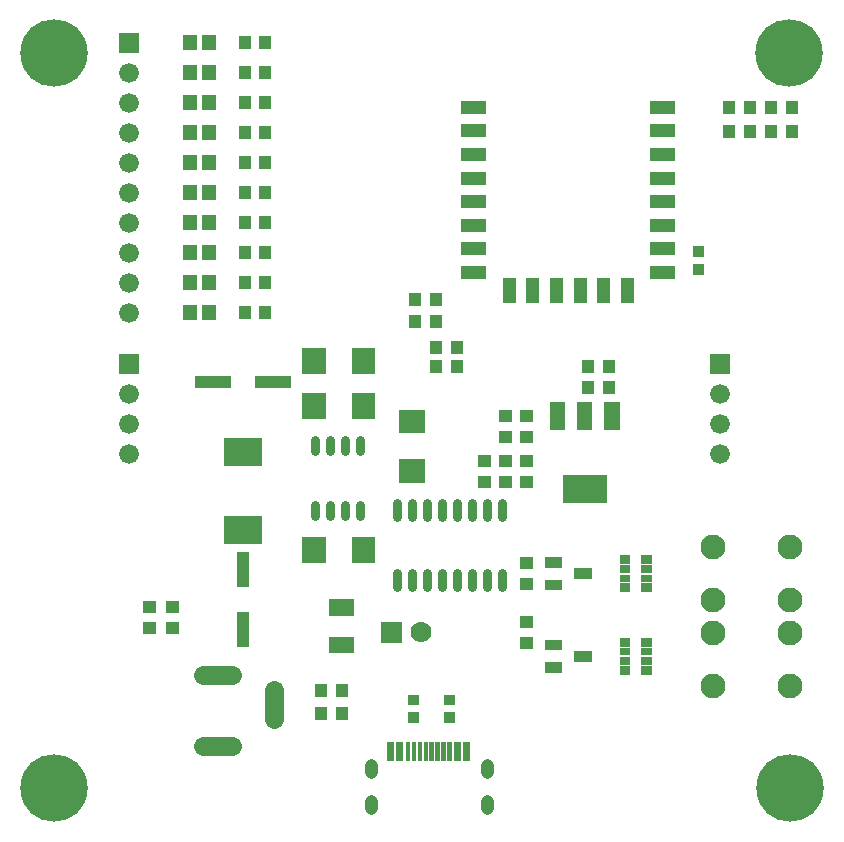
<source format=gts>
G04 Layer: TopSolderMaskLayer*
G04 EasyEDA v6.4.19.4, 2021-06-08T16:32:54+08:00*
G04 a09ed18009a84ab5a87bbd9c58a990bc,2444bf6f38dc4a26b464d521983d9d6f,10*
G04 Gerber Generator version 0.2*
G04 Scale: 100 percent, Rotated: No, Reflected: No *
G04 Dimensions in millimeters *
G04 leading zeros omitted , absolute positions ,4 integer and 5 decimal *
%FSLAX45Y45*%
%MOMM*%

%ADD48C,1.1016*%
%ADD49C,1.6016*%
%ADD50C,0.8032*%
%ADD62C,1.6764*%
%ADD63C,5.7032*%
%ADD64C,2.1016*%
%ADD68C,1.7780*%

%LPD*%
D48*
X2318308Y-3547793D02*
G01*
X2318308Y-3607793D01*
X1339316Y-3547793D02*
G01*
X1339316Y-3607793D01*
X2318308Y-3247793D02*
G01*
X2318308Y-3307793D01*
X1339316Y-3247793D02*
G01*
X1339316Y-3307793D01*
D49*
X164396Y-3081299D02*
G01*
X-85603Y-3081299D01*
X164396Y-2481300D02*
G01*
X-85603Y-2481300D01*
X519404Y-2606286D02*
G01*
X519404Y-2856288D01*
D50*
X1244600Y-584812D02*
G01*
X1244600Y-492810D01*
X1117600Y-584812D02*
G01*
X1117600Y-492810D01*
X990600Y-584812D02*
G01*
X990600Y-492810D01*
X863600Y-584812D02*
G01*
X863600Y-492810D01*
X1244600Y-1132789D02*
G01*
X1244600Y-1040790D01*
X1117600Y-1132789D02*
G01*
X1117600Y-1040790D01*
X990600Y-1132789D02*
G01*
X990600Y-1040790D01*
X863600Y-1132789D02*
G01*
X863600Y-1040790D01*
X1562100Y-1621480D02*
G01*
X1562100Y-1741479D01*
X1689100Y-1621480D02*
G01*
X1689100Y-1741479D01*
X1816100Y-1621480D02*
G01*
X1816100Y-1741479D01*
X1943100Y-1621480D02*
G01*
X1943100Y-1741479D01*
X2070100Y-1621480D02*
G01*
X2070100Y-1741479D01*
X2197100Y-1621480D02*
G01*
X2197100Y-1741479D01*
X2324100Y-1621480D02*
G01*
X2324100Y-1741479D01*
X2451100Y-1621480D02*
G01*
X2451100Y-1741479D01*
X1562100Y-1027120D02*
G01*
X1562100Y-1147119D01*
X1689100Y-1027120D02*
G01*
X1689100Y-1147119D01*
X1816100Y-1027120D02*
G01*
X1816100Y-1147119D01*
X1943100Y-1027120D02*
G01*
X1943100Y-1147119D01*
X2070100Y-1027120D02*
G01*
X2070100Y-1147119D01*
X2197100Y-1027120D02*
G01*
X2197100Y-1147119D01*
X2324100Y-1027120D02*
G01*
X2324100Y-1147119D01*
X2451100Y-1027120D02*
G01*
X2451100Y-1147119D01*
G36*
X1476247Y-3207765D02*
G01*
X1476247Y-3047745D01*
X1536445Y-3047745D01*
X1536445Y-3207765D01*
G37*
G36*
X1553718Y-3207765D02*
G01*
X1553718Y-3047745D01*
X1613915Y-3047745D01*
X1613915Y-3207765D01*
G37*
G36*
X1634743Y-3207765D02*
G01*
X1634743Y-3047745D01*
X1672843Y-3047745D01*
X1672843Y-3207765D01*
G37*
G36*
X1683765Y-3207765D02*
G01*
X1683765Y-3047745D01*
X1721865Y-3047745D01*
X1721865Y-3207765D01*
G37*
G36*
X1734820Y-3207765D02*
G01*
X1734820Y-3047745D01*
X1772920Y-3047745D01*
X1772920Y-3207765D01*
G37*
G36*
X1784604Y-3207765D02*
G01*
X1784604Y-3047745D01*
X1822958Y-3047745D01*
X1822958Y-3207765D01*
G37*
G36*
X1834641Y-3207765D02*
G01*
X1834641Y-3047745D01*
X1872995Y-3047745D01*
X1872995Y-3207765D01*
G37*
G36*
X1884679Y-3207765D02*
G01*
X1884679Y-3047745D01*
X1922779Y-3047745D01*
X1922779Y-3207765D01*
G37*
G36*
X1934718Y-3207765D02*
G01*
X1934718Y-3047745D01*
X1972818Y-3047745D01*
X1972818Y-3207765D01*
G37*
G36*
X1984756Y-3207765D02*
G01*
X1984756Y-3047745D01*
X2022856Y-3047745D01*
X2022856Y-3207765D01*
G37*
G36*
X2043684Y-3207765D02*
G01*
X2043684Y-3047745D01*
X2103881Y-3047745D01*
X2103881Y-3207765D01*
G37*
G36*
X2121154Y-3207765D02*
G01*
X2121154Y-3047745D01*
X2181352Y-3047745D01*
X2181352Y-3207765D01*
G37*
G36*
X1653540Y-2889250D02*
G01*
X1653540Y-2798571D01*
X1750059Y-2798571D01*
X1750059Y-2889250D01*
G37*
G36*
X1653540Y-2738628D02*
G01*
X1653540Y-2647950D01*
X1750059Y-2647950D01*
X1750059Y-2738628D01*
G37*
G36*
X1958340Y-2889250D02*
G01*
X1958340Y-2798571D01*
X2054859Y-2798571D01*
X2054859Y-2889250D01*
G37*
G36*
X1958340Y-2738628D02*
G01*
X1958340Y-2647950D01*
X2054859Y-2647950D01*
X2054859Y-2738628D01*
G37*
G36*
X1842261Y71881D02*
G01*
X1842261Y182118D01*
X1942591Y182118D01*
X1942591Y71881D01*
G37*
G36*
X2019808Y71881D02*
G01*
X2019808Y182118D01*
X2120138Y182118D01*
X2120138Y71881D01*
G37*
G36*
X1842261Y236981D02*
G01*
X1842261Y347218D01*
X1942591Y347218D01*
X1942591Y236981D01*
G37*
G36*
X2019808Y236981D02*
G01*
X2019808Y347218D01*
X2120138Y347218D01*
X2120138Y236981D01*
G37*
G36*
X203961Y-1737613D02*
G01*
X203961Y-1437386D01*
X304038Y-1437386D01*
X304038Y-1737613D01*
G37*
G36*
X203961Y-2245613D02*
G01*
X203961Y-1945386D01*
X304038Y-1945386D01*
X304038Y-2245613D01*
G37*
G36*
X2243581Y-723392D02*
G01*
X2243581Y-623062D01*
X2353818Y-623062D01*
X2353818Y-723392D01*
G37*
G36*
X2243581Y-900937D02*
G01*
X2243581Y-800607D01*
X2353818Y-800607D01*
X2353818Y-900937D01*
G37*
G36*
X2599181Y-723392D02*
G01*
X2599181Y-623062D01*
X2709418Y-623062D01*
X2709418Y-723392D01*
G37*
G36*
X2599181Y-900937D02*
G01*
X2599181Y-800607D01*
X2709418Y-800607D01*
X2709418Y-900937D01*
G37*
G36*
X-150113Y-50037D02*
G01*
X-150113Y50037D01*
X150113Y50037D01*
X150113Y-50037D01*
G37*
G36*
X357886Y-50037D02*
G01*
X357886Y50037D01*
X658113Y50037D01*
X658113Y-50037D01*
G37*
G36*
X2421381Y-723392D02*
G01*
X2421381Y-623062D01*
X2531618Y-623062D01*
X2531618Y-723392D01*
G37*
G36*
X2421381Y-900937D02*
G01*
X2421381Y-800607D01*
X2531618Y-800607D01*
X2531618Y-900937D01*
G37*
G36*
X3302761Y71881D02*
G01*
X3302761Y182118D01*
X3402838Y182118D01*
X3402838Y71881D01*
G37*
G36*
X3124961Y71881D02*
G01*
X3124961Y182118D01*
X3225291Y182118D01*
X3225291Y71881D01*
G37*
G36*
X3302761Y-105918D02*
G01*
X3302761Y4318D01*
X3402838Y4318D01*
X3402838Y-105918D01*
G37*
G36*
X3124961Y-105918D02*
G01*
X3124961Y4318D01*
X3225291Y4318D01*
X3225291Y-105918D01*
G37*
G36*
X2599181Y-519937D02*
G01*
X2599181Y-419862D01*
X2709418Y-419862D01*
X2709418Y-519937D01*
G37*
G36*
X2599181Y-342392D02*
G01*
X2599181Y-242062D01*
X2709418Y-242062D01*
X2709418Y-342392D01*
G37*
G36*
X2421381Y-519937D02*
G01*
X2421381Y-419862D01*
X2531618Y-419862D01*
X2531618Y-519937D01*
G37*
G36*
X2421381Y-342392D02*
G01*
X2421381Y-242062D01*
X2531618Y-242062D01*
X2531618Y-342392D01*
G37*
G36*
X756665Y-313436D02*
G01*
X756665Y-92963D01*
X957072Y-92963D01*
X957072Y-313436D01*
G37*
G36*
X1176527Y-313436D02*
G01*
X1176527Y-92963D01*
X1376934Y-92963D01*
X1376934Y-313436D01*
G37*
G36*
X1176527Y-1532636D02*
G01*
X1176527Y-1312163D01*
X1376934Y-1312163D01*
X1376934Y-1532636D01*
G37*
G36*
X756665Y-1532636D02*
G01*
X756665Y-1312163D01*
X957072Y-1312163D01*
X957072Y-1532636D01*
G37*
G36*
X1578863Y-856234D02*
G01*
X1578863Y-655828D01*
X1799336Y-655828D01*
X1799336Y-856234D01*
G37*
G36*
X1578863Y-436371D02*
G01*
X1578863Y-235965D01*
X1799336Y-235965D01*
X1799336Y-436371D01*
G37*
G36*
X756665Y67563D02*
G01*
X756665Y288036D01*
X957072Y288036D01*
X957072Y67563D01*
G37*
G36*
X1176527Y67563D02*
G01*
X1176527Y288036D01*
X1376934Y288036D01*
X1376934Y67563D01*
G37*
G36*
X987043Y-1980184D02*
G01*
X987043Y-1839976D01*
X1197356Y-1839976D01*
X1197356Y-1980184D01*
G37*
G36*
X987043Y-2300223D02*
G01*
X987043Y-2160015D01*
X1197356Y-2160015D01*
X1197356Y-2300223D01*
G37*
G36*
X4208779Y68579D02*
G01*
X4208779Y236220D01*
X4376420Y236220D01*
X4376420Y68579D01*
G37*
D62*
G01*
X4292600Y-101600D03*
G01*
X4292600Y-355600D03*
G01*
X4292600Y-609600D03*
G36*
X-795020Y68579D02*
G01*
X-795020Y236220D01*
X-627379Y236220D01*
X-627379Y68579D01*
G37*
G01*
X-711200Y-101600D03*
G01*
X-711200Y-355600D03*
G01*
X-711200Y-609600D03*
G01*
X-711200Y584200D03*
G01*
X-711200Y838200D03*
G01*
X-711200Y1092200D03*
G01*
X-711200Y1346200D03*
G01*
X-711200Y1600200D03*
G01*
X-711200Y1854200D03*
G01*
X-711200Y2108200D03*
G01*
X-711200Y2362200D03*
G01*
X-711200Y2616200D03*
G36*
X-795020Y2786379D02*
G01*
X-795020Y2954020D01*
X-627379Y2954020D01*
X-627379Y2786379D01*
G37*
D63*
G01*
X-1346200Y-3441700D03*
D50*
G01*
X-1346200Y-3229203D03*
G01*
X-1346200Y-3654196D03*
G01*
X-1133703Y-3441700D03*
G01*
X-1558696Y-3441700D03*
G01*
X-1196187Y-3291712D03*
G01*
X-1496187Y-3591712D03*
G01*
X-1196187Y-3591712D03*
G01*
X-1496187Y-3291712D03*
D63*
G01*
X-1346200Y2781300D03*
D50*
G01*
X-1346200Y2993796D03*
G01*
X-1346200Y2568803D03*
G01*
X-1133703Y2781300D03*
G01*
X-1558696Y2781300D03*
G01*
X-1196187Y2931287D03*
G01*
X-1496187Y2631287D03*
G01*
X-1196187Y2631287D03*
G01*
X-1496187Y2931287D03*
D63*
G01*
X4876800Y2781300D03*
D50*
G01*
X4876800Y2993796D03*
G01*
X4876800Y2568803D03*
G01*
X5089296Y2781300D03*
G01*
X4664303Y2781300D03*
G01*
X5026812Y2931287D03*
G01*
X4726813Y2631287D03*
G01*
X5026812Y2631287D03*
G01*
X4726813Y2931287D03*
D63*
G01*
X4889500Y-3441700D03*
D50*
G01*
X4889500Y-3229203D03*
G01*
X4889500Y-3654196D03*
G01*
X5101996Y-3441700D03*
G01*
X4677003Y-3441700D03*
G01*
X5039512Y-3291712D03*
G01*
X4739513Y-3591712D03*
G01*
X5039512Y-3591712D03*
G01*
X4739513Y-3291712D03*
D64*
G01*
X4234306Y-1400606D03*
G01*
X4884293Y-1400606D03*
G01*
X4884293Y-1850593D03*
G01*
X4234306Y-1850593D03*
G01*
X4884293Y-2574493D03*
G01*
X4234306Y-2574493D03*
G01*
X4234306Y-2124506D03*
G01*
X4884293Y-2124506D03*
G36*
X93726Y-1377187D02*
G01*
X93726Y-1136904D01*
X414274Y-1136904D01*
X414274Y-1377187D01*
G37*
G36*
X93726Y-717295D02*
G01*
X93726Y-477012D01*
X414274Y-477012D01*
X414274Y-717295D01*
G37*
G36*
X390397Y2815081D02*
G01*
X390397Y2925318D01*
X490727Y2925318D01*
X490727Y2815081D01*
G37*
G36*
X220472Y2815081D02*
G01*
X220472Y2925318D01*
X320547Y2925318D01*
X320547Y2815081D01*
G37*
G36*
X390397Y2561081D02*
G01*
X390397Y2671318D01*
X490727Y2671318D01*
X490727Y2561081D01*
G37*
G36*
X220472Y2561081D02*
G01*
X220472Y2671318D01*
X320547Y2671318D01*
X320547Y2561081D01*
G37*
G36*
X390397Y2307081D02*
G01*
X390397Y2417318D01*
X490727Y2417318D01*
X490727Y2307081D01*
G37*
G36*
X220472Y2307081D02*
G01*
X220472Y2417318D01*
X320547Y2417318D01*
X320547Y2307081D01*
G37*
G36*
X390397Y2053081D02*
G01*
X390397Y2163318D01*
X490727Y2163318D01*
X490727Y2053081D01*
G37*
G36*
X220472Y2053081D02*
G01*
X220472Y2163318D01*
X320547Y2163318D01*
X320547Y2053081D01*
G37*
G36*
X390397Y1799081D02*
G01*
X390397Y1909318D01*
X490727Y1909318D01*
X490727Y1799081D01*
G37*
G36*
X220472Y1799081D02*
G01*
X220472Y1909318D01*
X320547Y1909318D01*
X320547Y1799081D01*
G37*
G36*
X390397Y529081D02*
G01*
X390397Y639318D01*
X490727Y639318D01*
X490727Y529081D01*
G37*
G36*
X220472Y529081D02*
G01*
X220472Y639318D01*
X320547Y639318D01*
X320547Y529081D01*
G37*
G36*
X390397Y783081D02*
G01*
X390397Y893318D01*
X490727Y893318D01*
X490727Y783081D01*
G37*
G36*
X220472Y783081D02*
G01*
X220472Y893318D01*
X320547Y893318D01*
X320547Y783081D01*
G37*
G36*
X390397Y1037081D02*
G01*
X390397Y1147318D01*
X490727Y1147318D01*
X490727Y1037081D01*
G37*
G36*
X220472Y1037081D02*
G01*
X220472Y1147318D01*
X320547Y1147318D01*
X320547Y1037081D01*
G37*
G36*
X-588518Y-1955292D02*
G01*
X-588518Y-1854962D01*
X-478281Y-1854962D01*
X-478281Y-1955292D01*
G37*
G36*
X-588518Y-2132837D02*
G01*
X-588518Y-2032507D01*
X-478281Y-2032507D01*
X-478281Y-2132837D01*
G37*
G36*
X864361Y-2861818D02*
G01*
X864361Y-2751581D01*
X964691Y-2751581D01*
X964691Y-2861818D01*
G37*
G36*
X1041908Y-2861818D02*
G01*
X1041908Y-2751581D01*
X1142238Y-2751581D01*
X1142238Y-2861818D01*
G37*
G36*
X390397Y1291081D02*
G01*
X390397Y1401318D01*
X490727Y1401318D01*
X490727Y1291081D01*
G37*
G36*
X220472Y1291081D02*
G01*
X220472Y1401318D01*
X320547Y1401318D01*
X320547Y1291081D01*
G37*
G36*
X390397Y1545081D02*
G01*
X390397Y1655318D01*
X490727Y1655318D01*
X490727Y1545081D01*
G37*
G36*
X220472Y1545081D02*
G01*
X220472Y1655318D01*
X320547Y1655318D01*
X320547Y1545081D01*
G37*
G36*
X1664461Y452881D02*
G01*
X1664461Y563118D01*
X1764791Y563118D01*
X1764791Y452881D01*
G37*
G36*
X1842008Y452881D02*
G01*
X1842008Y563118D01*
X1942338Y563118D01*
X1942338Y452881D01*
G37*
G36*
X4496561Y2268981D02*
G01*
X4496561Y2379218D01*
X4596638Y2379218D01*
X4596638Y2268981D01*
G37*
G36*
X4318761Y2268981D02*
G01*
X4318761Y2379218D01*
X4419091Y2379218D01*
X4419091Y2268981D01*
G37*
G36*
X4318761Y2065781D02*
G01*
X4318761Y2176018D01*
X4419091Y2176018D01*
X4419091Y2065781D01*
G37*
G36*
X4496561Y2065781D02*
G01*
X4496561Y2176018D01*
X4596638Y2176018D01*
X4596638Y2065781D01*
G37*
G36*
X1422400Y-2209800D02*
G01*
X1422400Y-2032000D01*
X1600200Y-2032000D01*
X1600200Y-2209800D01*
G37*
D68*
G01*
X1765300Y-2120900D03*
G36*
X3062224Y-1670812D02*
G01*
X3062224Y-1580387D01*
X3207511Y-1580387D01*
X3207511Y-1670812D01*
G37*
G36*
X2812288Y-1765807D02*
G01*
X2812288Y-1675384D01*
X2957575Y-1675384D01*
X2957575Y-1765807D01*
G37*
G36*
X2812288Y-1575815D02*
G01*
X2812288Y-1485392D01*
X2957575Y-1485392D01*
X2957575Y-1575815D01*
G37*
G36*
X3062224Y-2369312D02*
G01*
X3062224Y-2278887D01*
X3207511Y-2278887D01*
X3207511Y-2369312D01*
G37*
G36*
X2812288Y-2464307D02*
G01*
X2812288Y-2373884D01*
X2957575Y-2373884D01*
X2957575Y-2464307D01*
G37*
G36*
X2812288Y-2274315D02*
G01*
X2812288Y-2183892D01*
X2957575Y-2183892D01*
X2957575Y-2274315D01*
G37*
G36*
X-94487Y2804921D02*
G01*
X-94487Y2935478D01*
X25907Y2935478D01*
X25907Y2804921D01*
G37*
G36*
X-254507Y2804921D02*
G01*
X-254507Y2935478D01*
X-134112Y2935478D01*
X-134112Y2804921D01*
G37*
G36*
X-94487Y2550921D02*
G01*
X-94487Y2681478D01*
X25907Y2681478D01*
X25907Y2550921D01*
G37*
G36*
X-254507Y2550921D02*
G01*
X-254507Y2681478D01*
X-134112Y2681478D01*
X-134112Y2550921D01*
G37*
G36*
X-94487Y2296921D02*
G01*
X-94487Y2427478D01*
X25907Y2427478D01*
X25907Y2296921D01*
G37*
G36*
X-254507Y2296921D02*
G01*
X-254507Y2427478D01*
X-134112Y2427478D01*
X-134112Y2296921D01*
G37*
G36*
X-94487Y2042921D02*
G01*
X-94487Y2173478D01*
X25907Y2173478D01*
X25907Y2042921D01*
G37*
G36*
X-254507Y2042921D02*
G01*
X-254507Y2173478D01*
X-134112Y2173478D01*
X-134112Y2042921D01*
G37*
G36*
X-94487Y1788921D02*
G01*
X-94487Y1919478D01*
X25907Y1919478D01*
X25907Y1788921D01*
G37*
G36*
X-254507Y1788921D02*
G01*
X-254507Y1919478D01*
X-134112Y1919478D01*
X-134112Y1788921D01*
G37*
G36*
X-94487Y518921D02*
G01*
X-94487Y649478D01*
X25907Y649478D01*
X25907Y518921D01*
G37*
G36*
X-254507Y518921D02*
G01*
X-254507Y649478D01*
X-134112Y649478D01*
X-134112Y518921D01*
G37*
G36*
X-94487Y772921D02*
G01*
X-94487Y903478D01*
X25907Y903478D01*
X25907Y772921D01*
G37*
G36*
X-254507Y772921D02*
G01*
X-254507Y903478D01*
X-134112Y903478D01*
X-134112Y772921D01*
G37*
G36*
X-94487Y1026921D02*
G01*
X-94487Y1157478D01*
X25907Y1157478D01*
X25907Y1026921D01*
G37*
G36*
X-254507Y1026921D02*
G01*
X-254507Y1157478D01*
X-134112Y1157478D01*
X-134112Y1026921D01*
G37*
G36*
X-94487Y1280921D02*
G01*
X-94487Y1411478D01*
X25907Y1411478D01*
X25907Y1280921D01*
G37*
G36*
X-254507Y1280921D02*
G01*
X-254507Y1411478D01*
X-134112Y1411478D01*
X-134112Y1280921D01*
G37*
G36*
X-94487Y1534921D02*
G01*
X-94487Y1665478D01*
X25907Y1665478D01*
X25907Y1534921D01*
G37*
G36*
X-254507Y1534921D02*
G01*
X-254507Y1665478D01*
X-134112Y1665478D01*
X-134112Y1534921D01*
G37*
G36*
X2599181Y-2082292D02*
G01*
X2599181Y-1981962D01*
X2709418Y-1981962D01*
X2709418Y-2082292D01*
G37*
G36*
X2599181Y-2259837D02*
G01*
X2599181Y-2159507D01*
X2709418Y-2159507D01*
X2709418Y-2259837D01*
G37*
G36*
X2599181Y-1764537D02*
G01*
X2599181Y-1664207D01*
X2709418Y-1664207D01*
X2709418Y-1764537D01*
G37*
G36*
X2599181Y-1586992D02*
G01*
X2599181Y-1486662D01*
X2709418Y-1486662D01*
X2709418Y-1586992D01*
G37*
G36*
X4674361Y2268981D02*
G01*
X4674361Y2379218D01*
X4774691Y2379218D01*
X4774691Y2268981D01*
G37*
G36*
X4851908Y2268981D02*
G01*
X4851908Y2379218D01*
X4952238Y2379218D01*
X4952238Y2268981D01*
G37*
G36*
X4674361Y2065781D02*
G01*
X4674361Y2176018D01*
X4774691Y2176018D01*
X4774691Y2065781D01*
G37*
G36*
X4851908Y2065781D02*
G01*
X4851908Y2176018D01*
X4952238Y2176018D01*
X4952238Y2065781D01*
G37*
G36*
X1664461Y643381D02*
G01*
X1664461Y753618D01*
X1764791Y753618D01*
X1764791Y643381D01*
G37*
G36*
X1842008Y643381D02*
G01*
X1842008Y753618D01*
X1942338Y753618D01*
X1942338Y643381D01*
G37*
G36*
X-398018Y-1955292D02*
G01*
X-398018Y-1854962D01*
X-287781Y-1854962D01*
X-287781Y-1955292D01*
G37*
G36*
X-398018Y-2132837D02*
G01*
X-398018Y-2032507D01*
X-287781Y-2032507D01*
X-287781Y-2132837D01*
G37*
G36*
X864361Y-2671318D02*
G01*
X864361Y-2561081D01*
X964691Y-2561081D01*
X964691Y-2671318D01*
G37*
G36*
X1041908Y-2671318D02*
G01*
X1041908Y-2561081D01*
X1142238Y-2561081D01*
X1142238Y-2671318D01*
G37*
G36*
X3446272Y-1543304D02*
G01*
X3446272Y-1468120D01*
X3536441Y-1468120D01*
X3536441Y-1543304D01*
G37*
G36*
X3626358Y-1543304D02*
G01*
X3626358Y-1468120D01*
X3716527Y-1468120D01*
X3716527Y-1543304D01*
G37*
G36*
X3446272Y-1615694D02*
G01*
X3446272Y-1555495D01*
X3536441Y-1555495D01*
X3536441Y-1615694D01*
G37*
G36*
X3626358Y-1615694D02*
G01*
X3626358Y-1555495D01*
X3716527Y-1555495D01*
X3716527Y-1615694D01*
G37*
G36*
X3446272Y-1695704D02*
G01*
X3446272Y-1635505D01*
X3536441Y-1635505D01*
X3536441Y-1695704D01*
G37*
G36*
X3626358Y-1695704D02*
G01*
X3626358Y-1635505D01*
X3716527Y-1635505D01*
X3716527Y-1695704D01*
G37*
G36*
X3446272Y-1783079D02*
G01*
X3446272Y-1707895D01*
X3536441Y-1707895D01*
X3536441Y-1783079D01*
G37*
G36*
X3626358Y-1783079D02*
G01*
X3626358Y-1707895D01*
X3716527Y-1707895D01*
X3716527Y-1783079D01*
G37*
G36*
X3446272Y-2241804D02*
G01*
X3446272Y-2166620D01*
X3536441Y-2166620D01*
X3536441Y-2241804D01*
G37*
G36*
X3626358Y-2241804D02*
G01*
X3626358Y-2166620D01*
X3716527Y-2166620D01*
X3716527Y-2241804D01*
G37*
G36*
X3446272Y-2314194D02*
G01*
X3446272Y-2253995D01*
X3536441Y-2253995D01*
X3536441Y-2314194D01*
G37*
G36*
X3626358Y-2314194D02*
G01*
X3626358Y-2253995D01*
X3716527Y-2253995D01*
X3716527Y-2314194D01*
G37*
G36*
X3446272Y-2394204D02*
G01*
X3446272Y-2334005D01*
X3536441Y-2334005D01*
X3536441Y-2394204D01*
G37*
G36*
X3626358Y-2394204D02*
G01*
X3626358Y-2334005D01*
X3716527Y-2334005D01*
X3716527Y-2394204D01*
G37*
G36*
X3446272Y-2481579D02*
G01*
X3446272Y-2406395D01*
X3536441Y-2406395D01*
X3536441Y-2481579D01*
G37*
G36*
X3626358Y-2481579D02*
G01*
X3626358Y-2406395D01*
X3716527Y-2406395D01*
X3716527Y-2481579D01*
G37*
G36*
X3704843Y2269489D02*
G01*
X3704843Y2379471D01*
X3915156Y2379471D01*
X3915156Y2269489D01*
G37*
G36*
X3704843Y2069337D02*
G01*
X3704843Y2179573D01*
X3915156Y2179573D01*
X3915156Y2069337D01*
G37*
G36*
X3704843Y1869439D02*
G01*
X3704843Y1979421D01*
X3915156Y1979421D01*
X3915156Y1869439D01*
G37*
G36*
X3704843Y1669287D02*
G01*
X3704843Y1779523D01*
X3914902Y1779523D01*
X3914902Y1669287D01*
G37*
G36*
X3704843Y1469389D02*
G01*
X3704843Y1579626D01*
X3915156Y1579626D01*
X3915156Y1469389D01*
G37*
G36*
X3704843Y1269492D02*
G01*
X3704843Y1379473D01*
X3915156Y1379473D01*
X3915156Y1269492D01*
G37*
G36*
X3704843Y1069339D02*
G01*
X3704843Y1179576D01*
X3914902Y1179576D01*
X3914902Y1069339D01*
G37*
G36*
X3704590Y869442D02*
G01*
X3704590Y979423D01*
X3914902Y979423D01*
X3914902Y869442D01*
G37*
G36*
X3454400Y669289D02*
G01*
X3454400Y879347D01*
X3564636Y879347D01*
X3564636Y669289D01*
G37*
G36*
X3254502Y669289D02*
G01*
X3254502Y879602D01*
X3364738Y879602D01*
X3364738Y669289D01*
G37*
G36*
X3054604Y669289D02*
G01*
X3054604Y879602D01*
X3164840Y879602D01*
X3164840Y669289D01*
G37*
G36*
X2854452Y669289D02*
G01*
X2854452Y879602D01*
X2964688Y879602D01*
X2964688Y669289D01*
G37*
G36*
X2654554Y669544D02*
G01*
X2654554Y879602D01*
X2764790Y879602D01*
X2764790Y669544D01*
G37*
G36*
X2454909Y669289D02*
G01*
X2454909Y879347D01*
X2564891Y879347D01*
X2564891Y669289D01*
G37*
G36*
X2104643Y869442D02*
G01*
X2104643Y979423D01*
X2314956Y979423D01*
X2314956Y869442D01*
G37*
G36*
X2104643Y1069339D02*
G01*
X2104643Y1179576D01*
X2314956Y1179576D01*
X2314956Y1069339D01*
G37*
G36*
X2104643Y1269492D02*
G01*
X2104643Y1379473D01*
X2314956Y1379473D01*
X2314956Y1269492D01*
G37*
G36*
X2104643Y1469389D02*
G01*
X2104643Y1579626D01*
X2314956Y1579626D01*
X2314956Y1469389D01*
G37*
G36*
X2104643Y1669287D02*
G01*
X2104643Y1779523D01*
X2314956Y1779523D01*
X2314956Y1669287D01*
G37*
G36*
X2104643Y1869439D02*
G01*
X2104643Y1979421D01*
X2314956Y1979421D01*
X2314956Y1869439D01*
G37*
G36*
X2104643Y2069337D02*
G01*
X2104643Y2179573D01*
X2314956Y2179573D01*
X2314956Y2069337D01*
G37*
G36*
X2104643Y2269489D02*
G01*
X2104643Y2379471D01*
X2314956Y2379471D01*
X2314956Y2269489D01*
G37*
G36*
X3314700Y-405129D02*
G01*
X3314700Y-168910D01*
X3444240Y-168910D01*
X3444240Y-405129D01*
G37*
G36*
X3083559Y-405129D02*
G01*
X3083559Y-168910D01*
X3213100Y-168910D01*
X3213100Y-405129D01*
G37*
G36*
X2854959Y-405129D02*
G01*
X2854959Y-168910D01*
X2984500Y-168910D01*
X2984500Y-405129D01*
G37*
G36*
X2962909Y-1024889D02*
G01*
X2962909Y-788670D01*
X3333750Y-788670D01*
X3333750Y-1024889D01*
G37*
G36*
X4066540Y908050D02*
G01*
X4066540Y998728D01*
X4163059Y998728D01*
X4163059Y908050D01*
G37*
G36*
X4066540Y1058671D02*
G01*
X4066540Y1149350D01*
X4163059Y1149350D01*
X4163059Y1058671D01*
G37*
M02*

</source>
